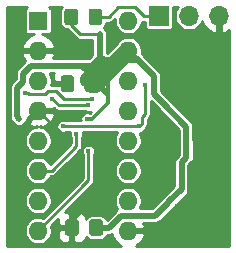
<source format=gbr>
G04 #@! TF.GenerationSoftware,KiCad,Pcbnew,(5.1.5)-3*
G04 #@! TF.CreationDate,2020-06-21T14:40:10-04:00*
G04 #@! TF.ProjectId,8701Duo,38373031-4475-46f2-9e6b-696361645f70,rev?*
G04 #@! TF.SameCoordinates,Original*
G04 #@! TF.FileFunction,Copper,L2,Bot*
G04 #@! TF.FilePolarity,Positive*
%FSLAX46Y46*%
G04 Gerber Fmt 4.6, Leading zero omitted, Abs format (unit mm)*
G04 Created by KiCad (PCBNEW (5.1.5)-3) date 2020-06-21 14:40:10*
%MOMM*%
%LPD*%
G04 APERTURE LIST*
%ADD10C,0.100000*%
%ADD11R,1.700000X1.700000*%
%ADD12O,1.700000X1.700000*%
%ADD13R,1.600000X1.600000*%
%ADD14O,1.600000X1.600000*%
%ADD15C,0.400000*%
%ADD16C,0.539000*%
%ADD17C,1.500000*%
%ADD18C,0.275000*%
%ADD19C,0.350000*%
%ADD20C,0.250000*%
%ADD21C,0.239000*%
G04 APERTURE END LIST*
G04 #@! TA.AperFunction,SMDPad,CuDef*
D10*
G36*
X86147005Y-65595204D02*
G01*
X86171273Y-65598804D01*
X86195072Y-65604765D01*
X86218171Y-65613030D01*
X86240350Y-65623520D01*
X86261393Y-65636132D01*
X86281099Y-65650747D01*
X86299277Y-65667223D01*
X86315753Y-65685401D01*
X86330368Y-65705107D01*
X86342980Y-65726150D01*
X86353470Y-65748329D01*
X86361735Y-65771428D01*
X86367696Y-65795227D01*
X86371296Y-65819495D01*
X86372500Y-65843999D01*
X86372500Y-66744001D01*
X86371296Y-66768505D01*
X86367696Y-66792773D01*
X86361735Y-66816572D01*
X86353470Y-66839671D01*
X86342980Y-66861850D01*
X86330368Y-66882893D01*
X86315753Y-66902599D01*
X86299277Y-66920777D01*
X86281099Y-66937253D01*
X86261393Y-66951868D01*
X86240350Y-66964480D01*
X86218171Y-66974970D01*
X86195072Y-66983235D01*
X86171273Y-66989196D01*
X86147005Y-66992796D01*
X86122501Y-66994000D01*
X85472499Y-66994000D01*
X85447995Y-66992796D01*
X85423727Y-66989196D01*
X85399928Y-66983235D01*
X85376829Y-66974970D01*
X85354650Y-66964480D01*
X85333607Y-66951868D01*
X85313901Y-66937253D01*
X85295723Y-66920777D01*
X85279247Y-66902599D01*
X85264632Y-66882893D01*
X85252020Y-66861850D01*
X85241530Y-66839671D01*
X85233265Y-66816572D01*
X85227304Y-66792773D01*
X85223704Y-66768505D01*
X85222500Y-66744001D01*
X85222500Y-65843999D01*
X85223704Y-65819495D01*
X85227304Y-65795227D01*
X85233265Y-65771428D01*
X85241530Y-65748329D01*
X85252020Y-65726150D01*
X85264632Y-65705107D01*
X85279247Y-65685401D01*
X85295723Y-65667223D01*
X85313901Y-65650747D01*
X85333607Y-65636132D01*
X85354650Y-65623520D01*
X85376829Y-65613030D01*
X85399928Y-65604765D01*
X85423727Y-65598804D01*
X85447995Y-65595204D01*
X85472499Y-65594000D01*
X86122501Y-65594000D01*
X86147005Y-65595204D01*
G37*
G04 #@! TD.AperFunction*
G04 #@! TA.AperFunction,SMDPad,CuDef*
G36*
X84097005Y-65595204D02*
G01*
X84121273Y-65598804D01*
X84145072Y-65604765D01*
X84168171Y-65613030D01*
X84190350Y-65623520D01*
X84211393Y-65636132D01*
X84231099Y-65650747D01*
X84249277Y-65667223D01*
X84265753Y-65685401D01*
X84280368Y-65705107D01*
X84292980Y-65726150D01*
X84303470Y-65748329D01*
X84311735Y-65771428D01*
X84317696Y-65795227D01*
X84321296Y-65819495D01*
X84322500Y-65843999D01*
X84322500Y-66744001D01*
X84321296Y-66768505D01*
X84317696Y-66792773D01*
X84311735Y-66816572D01*
X84303470Y-66839671D01*
X84292980Y-66861850D01*
X84280368Y-66882893D01*
X84265753Y-66902599D01*
X84249277Y-66920777D01*
X84231099Y-66937253D01*
X84211393Y-66951868D01*
X84190350Y-66964480D01*
X84168171Y-66974970D01*
X84145072Y-66983235D01*
X84121273Y-66989196D01*
X84097005Y-66992796D01*
X84072501Y-66994000D01*
X83422499Y-66994000D01*
X83397995Y-66992796D01*
X83373727Y-66989196D01*
X83349928Y-66983235D01*
X83326829Y-66974970D01*
X83304650Y-66964480D01*
X83283607Y-66951868D01*
X83263901Y-66937253D01*
X83245723Y-66920777D01*
X83229247Y-66902599D01*
X83214632Y-66882893D01*
X83202020Y-66861850D01*
X83191530Y-66839671D01*
X83183265Y-66816572D01*
X83177304Y-66792773D01*
X83173704Y-66768505D01*
X83172500Y-66744001D01*
X83172500Y-65843999D01*
X83173704Y-65819495D01*
X83177304Y-65795227D01*
X83183265Y-65771428D01*
X83191530Y-65748329D01*
X83202020Y-65726150D01*
X83214632Y-65705107D01*
X83229247Y-65685401D01*
X83245723Y-65667223D01*
X83263901Y-65650747D01*
X83283607Y-65636132D01*
X83304650Y-65623520D01*
X83326829Y-65613030D01*
X83349928Y-65604765D01*
X83373727Y-65598804D01*
X83397995Y-65595204D01*
X83422499Y-65594000D01*
X84072501Y-65594000D01*
X84097005Y-65595204D01*
G37*
G04 #@! TD.AperFunction*
D11*
X91503500Y-60579000D03*
D12*
X94043500Y-60579000D03*
X96583500Y-60579000D03*
G04 #@! TA.AperFunction,SMDPad,CuDef*
D10*
G36*
X84414505Y-59943704D02*
G01*
X84438773Y-59947304D01*
X84462572Y-59953265D01*
X84485671Y-59961530D01*
X84507850Y-59972020D01*
X84528893Y-59984632D01*
X84548599Y-59999247D01*
X84566777Y-60015723D01*
X84583253Y-60033901D01*
X84597868Y-60053607D01*
X84610480Y-60074650D01*
X84620970Y-60096829D01*
X84629235Y-60119928D01*
X84635196Y-60143727D01*
X84638796Y-60167995D01*
X84640000Y-60192499D01*
X84640000Y-61092501D01*
X84638796Y-61117005D01*
X84635196Y-61141273D01*
X84629235Y-61165072D01*
X84620970Y-61188171D01*
X84610480Y-61210350D01*
X84597868Y-61231393D01*
X84583253Y-61251099D01*
X84566777Y-61269277D01*
X84548599Y-61285753D01*
X84528893Y-61300368D01*
X84507850Y-61312980D01*
X84485671Y-61323470D01*
X84462572Y-61331735D01*
X84438773Y-61337696D01*
X84414505Y-61341296D01*
X84390001Y-61342500D01*
X83739999Y-61342500D01*
X83715495Y-61341296D01*
X83691227Y-61337696D01*
X83667428Y-61331735D01*
X83644329Y-61323470D01*
X83622150Y-61312980D01*
X83601107Y-61300368D01*
X83581401Y-61285753D01*
X83563223Y-61269277D01*
X83546747Y-61251099D01*
X83532132Y-61231393D01*
X83519520Y-61210350D01*
X83509030Y-61188171D01*
X83500765Y-61165072D01*
X83494804Y-61141273D01*
X83491204Y-61117005D01*
X83490000Y-61092501D01*
X83490000Y-60192499D01*
X83491204Y-60167995D01*
X83494804Y-60143727D01*
X83500765Y-60119928D01*
X83509030Y-60096829D01*
X83519520Y-60074650D01*
X83532132Y-60053607D01*
X83546747Y-60033901D01*
X83563223Y-60015723D01*
X83581401Y-59999247D01*
X83601107Y-59984632D01*
X83622150Y-59972020D01*
X83644329Y-59961530D01*
X83667428Y-59953265D01*
X83691227Y-59947304D01*
X83715495Y-59943704D01*
X83739999Y-59942500D01*
X84390001Y-59942500D01*
X84414505Y-59943704D01*
G37*
G04 #@! TD.AperFunction*
G04 #@! TA.AperFunction,SMDPad,CuDef*
G36*
X86464505Y-59943704D02*
G01*
X86488773Y-59947304D01*
X86512572Y-59953265D01*
X86535671Y-59961530D01*
X86557850Y-59972020D01*
X86578893Y-59984632D01*
X86598599Y-59999247D01*
X86616777Y-60015723D01*
X86633253Y-60033901D01*
X86647868Y-60053607D01*
X86660480Y-60074650D01*
X86670970Y-60096829D01*
X86679235Y-60119928D01*
X86685196Y-60143727D01*
X86688796Y-60167995D01*
X86690000Y-60192499D01*
X86690000Y-61092501D01*
X86688796Y-61117005D01*
X86685196Y-61141273D01*
X86679235Y-61165072D01*
X86670970Y-61188171D01*
X86660480Y-61210350D01*
X86647868Y-61231393D01*
X86633253Y-61251099D01*
X86616777Y-61269277D01*
X86598599Y-61285753D01*
X86578893Y-61300368D01*
X86557850Y-61312980D01*
X86535671Y-61323470D01*
X86512572Y-61331735D01*
X86488773Y-61337696D01*
X86464505Y-61341296D01*
X86440001Y-61342500D01*
X85789999Y-61342500D01*
X85765495Y-61341296D01*
X85741227Y-61337696D01*
X85717428Y-61331735D01*
X85694329Y-61323470D01*
X85672150Y-61312980D01*
X85651107Y-61300368D01*
X85631401Y-61285753D01*
X85613223Y-61269277D01*
X85596747Y-61251099D01*
X85582132Y-61231393D01*
X85569520Y-61210350D01*
X85559030Y-61188171D01*
X85550765Y-61165072D01*
X85544804Y-61141273D01*
X85541204Y-61117005D01*
X85540000Y-61092501D01*
X85540000Y-60192499D01*
X85541204Y-60167995D01*
X85544804Y-60143727D01*
X85550765Y-60119928D01*
X85559030Y-60096829D01*
X85569520Y-60074650D01*
X85582132Y-60053607D01*
X85596747Y-60033901D01*
X85613223Y-60015723D01*
X85631401Y-59999247D01*
X85651107Y-59984632D01*
X85672150Y-59972020D01*
X85694329Y-59961530D01*
X85717428Y-59953265D01*
X85741227Y-59947304D01*
X85765495Y-59943704D01*
X85789999Y-59942500D01*
X86440001Y-59942500D01*
X86464505Y-59943704D01*
G37*
G04 #@! TD.AperFunction*
D13*
X81280000Y-60960000D03*
D14*
X88900000Y-78740000D03*
X81280000Y-63500000D03*
X88900000Y-76200000D03*
X81280000Y-66040000D03*
X88900000Y-73660000D03*
X81280000Y-68580000D03*
X88900000Y-71120000D03*
X81280000Y-71120000D03*
X88900000Y-68580000D03*
X81280000Y-73660000D03*
X88900000Y-66040000D03*
X81280000Y-76200000D03*
X88900000Y-63500000D03*
X81280000Y-78740000D03*
X88900000Y-60960000D03*
G04 #@! TA.AperFunction,SMDPad,CuDef*
D10*
G36*
X86528005Y-77787204D02*
G01*
X86552273Y-77790804D01*
X86576072Y-77796765D01*
X86599171Y-77805030D01*
X86621350Y-77815520D01*
X86642393Y-77828132D01*
X86662099Y-77842747D01*
X86680277Y-77859223D01*
X86696753Y-77877401D01*
X86711368Y-77897107D01*
X86723980Y-77918150D01*
X86734470Y-77940329D01*
X86742735Y-77963428D01*
X86748696Y-77987227D01*
X86752296Y-78011495D01*
X86753500Y-78035999D01*
X86753500Y-78936001D01*
X86752296Y-78960505D01*
X86748696Y-78984773D01*
X86742735Y-79008572D01*
X86734470Y-79031671D01*
X86723980Y-79053850D01*
X86711368Y-79074893D01*
X86696753Y-79094599D01*
X86680277Y-79112777D01*
X86662099Y-79129253D01*
X86642393Y-79143868D01*
X86621350Y-79156480D01*
X86599171Y-79166970D01*
X86576072Y-79175235D01*
X86552273Y-79181196D01*
X86528005Y-79184796D01*
X86503501Y-79186000D01*
X85853499Y-79186000D01*
X85828995Y-79184796D01*
X85804727Y-79181196D01*
X85780928Y-79175235D01*
X85757829Y-79166970D01*
X85735650Y-79156480D01*
X85714607Y-79143868D01*
X85694901Y-79129253D01*
X85676723Y-79112777D01*
X85660247Y-79094599D01*
X85645632Y-79074893D01*
X85633020Y-79053850D01*
X85622530Y-79031671D01*
X85614265Y-79008572D01*
X85608304Y-78984773D01*
X85604704Y-78960505D01*
X85603500Y-78936001D01*
X85603500Y-78035999D01*
X85604704Y-78011495D01*
X85608304Y-77987227D01*
X85614265Y-77963428D01*
X85622530Y-77940329D01*
X85633020Y-77918150D01*
X85645632Y-77897107D01*
X85660247Y-77877401D01*
X85676723Y-77859223D01*
X85694901Y-77842747D01*
X85714607Y-77828132D01*
X85735650Y-77815520D01*
X85757829Y-77805030D01*
X85780928Y-77796765D01*
X85804727Y-77790804D01*
X85828995Y-77787204D01*
X85853499Y-77786000D01*
X86503501Y-77786000D01*
X86528005Y-77787204D01*
G37*
G04 #@! TD.AperFunction*
G04 #@! TA.AperFunction,SMDPad,CuDef*
G36*
X84478005Y-77787204D02*
G01*
X84502273Y-77790804D01*
X84526072Y-77796765D01*
X84549171Y-77805030D01*
X84571350Y-77815520D01*
X84592393Y-77828132D01*
X84612099Y-77842747D01*
X84630277Y-77859223D01*
X84646753Y-77877401D01*
X84661368Y-77897107D01*
X84673980Y-77918150D01*
X84684470Y-77940329D01*
X84692735Y-77963428D01*
X84698696Y-77987227D01*
X84702296Y-78011495D01*
X84703500Y-78035999D01*
X84703500Y-78936001D01*
X84702296Y-78960505D01*
X84698696Y-78984773D01*
X84692735Y-79008572D01*
X84684470Y-79031671D01*
X84673980Y-79053850D01*
X84661368Y-79074893D01*
X84646753Y-79094599D01*
X84630277Y-79112777D01*
X84612099Y-79129253D01*
X84592393Y-79143868D01*
X84571350Y-79156480D01*
X84549171Y-79166970D01*
X84526072Y-79175235D01*
X84502273Y-79181196D01*
X84478005Y-79184796D01*
X84453501Y-79186000D01*
X83803499Y-79186000D01*
X83778995Y-79184796D01*
X83754727Y-79181196D01*
X83730928Y-79175235D01*
X83707829Y-79166970D01*
X83685650Y-79156480D01*
X83664607Y-79143868D01*
X83644901Y-79129253D01*
X83626723Y-79112777D01*
X83610247Y-79094599D01*
X83595632Y-79074893D01*
X83583020Y-79053850D01*
X83572530Y-79031671D01*
X83564265Y-79008572D01*
X83558304Y-78984773D01*
X83554704Y-78960505D01*
X83553500Y-78936001D01*
X83553500Y-78035999D01*
X83554704Y-78011495D01*
X83558304Y-77987227D01*
X83564265Y-77963428D01*
X83572530Y-77940329D01*
X83583020Y-77918150D01*
X83595632Y-77897107D01*
X83610247Y-77877401D01*
X83626723Y-77859223D01*
X83644901Y-77842747D01*
X83664607Y-77828132D01*
X83685650Y-77815520D01*
X83707829Y-77805030D01*
X83730928Y-77796765D01*
X83754727Y-77790804D01*
X83778995Y-77787204D01*
X83803499Y-77786000D01*
X84453501Y-77786000D01*
X84478005Y-77787204D01*
G37*
G04 #@! TD.AperFunction*
D15*
X84518500Y-70548500D03*
X95313500Y-72136000D03*
X94170500Y-78803500D03*
X79692500Y-69278500D03*
X85407500Y-69278500D03*
X91725750Y-67849750D03*
X92392500Y-76263500D03*
X86487000Y-62103000D03*
X83883500Y-73088500D03*
X79692500Y-74358500D03*
X79692500Y-71818500D03*
X79057500Y-66103500D03*
X83883500Y-66738500D03*
X83883500Y-71183500D03*
X95313500Y-63309500D03*
X86233000Y-76454000D03*
X86106000Y-73088500D03*
X82486500Y-67564000D03*
X85534500Y-68135500D03*
X80200500Y-67056000D03*
X83375500Y-69913500D03*
X90297000Y-66421000D03*
X89852500Y-69913500D03*
X85852000Y-67564000D03*
X85534500Y-72009000D03*
D16*
X79492501Y-66659361D02*
X80010499Y-66141363D01*
X80010499Y-65468001D02*
X80708999Y-64769501D01*
X79692500Y-69278500D02*
X79492501Y-69078501D01*
X79492501Y-69078501D02*
X79492501Y-66659361D01*
X80010499Y-66141363D02*
X80010499Y-65468001D01*
X80708999Y-64769501D02*
X84973001Y-64769501D01*
X85797500Y-65594000D02*
X85788500Y-65585000D01*
X85788500Y-65585000D02*
X85788500Y-65024000D01*
X87376000Y-65024000D02*
X88900000Y-63500000D01*
X85217000Y-65024000D02*
X84963000Y-64770000D01*
X84973001Y-64769501D02*
X84963000Y-64770000D01*
X85788500Y-65024000D02*
X85217000Y-65024000D01*
X85797500Y-65594000D02*
X86367500Y-65024000D01*
X86367500Y-65024000D02*
X86550500Y-65024000D01*
X85797500Y-66294000D02*
X85797500Y-65594000D01*
X85788500Y-65024000D02*
X86550500Y-65024000D01*
X86550500Y-65024000D02*
X87376000Y-65024000D01*
D17*
X85797500Y-66294000D02*
X86106000Y-66294000D01*
D16*
X85378364Y-65180136D02*
X85378364Y-65497636D01*
X85378364Y-65180136D02*
X85797500Y-65594000D01*
X84963000Y-64770000D02*
X85378364Y-65180136D01*
X85378364Y-65497636D02*
X85090000Y-65786000D01*
X85090000Y-66161500D02*
X85222500Y-66294000D01*
X85222500Y-66294000D02*
X85797500Y-66294000D01*
X85090000Y-65786000D02*
X85090000Y-66161500D01*
D18*
X87185500Y-67945000D02*
X87185500Y-67373500D01*
X87185500Y-67373500D02*
X86106000Y-66294000D01*
D19*
X85852000Y-69278500D02*
X87185500Y-67945000D01*
X85407500Y-69278500D02*
X85852000Y-69278500D01*
X87185500Y-67945000D02*
X87185500Y-65532000D01*
D18*
X87185500Y-67373500D02*
X87185500Y-65532000D01*
X87185500Y-65532000D02*
X87185500Y-65611500D01*
D19*
X86372500Y-66294000D02*
X86106000Y-66294000D01*
X87185500Y-67107000D02*
X86372500Y-66294000D01*
X87185500Y-67945000D02*
X87185500Y-67107000D01*
D16*
X91059000Y-67183000D02*
X91059000Y-65659000D01*
X88328500Y-64325500D02*
X88201500Y-64198500D01*
X91059000Y-65659000D02*
X89725500Y-64325500D01*
X89725500Y-64325500D02*
X88900000Y-63500000D01*
X89725500Y-64325500D02*
X88328500Y-64325500D01*
D17*
X88201500Y-64198500D02*
X88900000Y-63500000D01*
X86106000Y-66294000D02*
X88201500Y-64198500D01*
D16*
X91059000Y-67183000D02*
X91258999Y-67382999D01*
X91258999Y-67382999D02*
X91725750Y-67849750D01*
X93812490Y-72591893D02*
X93431490Y-72972893D01*
X93812490Y-69936490D02*
X93812490Y-72591893D01*
X93431490Y-72972893D02*
X93431490Y-75034010D01*
X91725750Y-67849750D02*
X93812490Y-69936490D01*
X93431490Y-75034010D02*
X93431490Y-75224510D01*
X93431490Y-75224510D02*
X92392500Y-76263500D01*
X92392500Y-76263500D02*
X92392500Y-76263500D01*
D18*
X84065000Y-61342500D02*
X84825500Y-62103000D01*
X84065000Y-60642500D02*
X84065000Y-61342500D01*
X84825500Y-62103000D02*
X86487000Y-62103000D01*
X86487000Y-62103000D02*
X86487000Y-62103000D01*
D16*
X86995000Y-64325500D02*
X88328500Y-64325500D01*
X86487000Y-62103000D02*
X86487000Y-63817500D01*
X85852499Y-64769501D02*
X86487000Y-64135000D01*
X84973001Y-64769501D02*
X85852499Y-64769501D01*
X86487000Y-63817500D02*
X86487000Y-64135000D01*
X86487000Y-64135000D02*
X86995000Y-64325500D01*
X85788500Y-65024000D02*
X86106000Y-65024000D01*
X86106000Y-65024000D02*
X86614000Y-64516000D01*
X92192501Y-76463499D02*
X92392500Y-76263500D01*
X88291637Y-77469501D02*
X91186499Y-77469501D01*
X91186499Y-77469501D02*
X92192501Y-76463499D01*
X87275138Y-78486000D02*
X88291637Y-77469501D01*
X86178500Y-78486000D02*
X87275138Y-78486000D01*
D19*
X79692500Y-74358500D02*
X79692500Y-71818500D01*
X78695510Y-66465490D02*
X79057500Y-66103500D01*
X79692500Y-71818500D02*
X78695510Y-70821510D01*
X78695510Y-70821510D02*
X78695510Y-66465490D01*
X80148630Y-63500000D02*
X81280000Y-63500000D01*
X79057500Y-64591130D02*
X80148630Y-63500000D01*
X79057500Y-66103500D02*
X79057500Y-64591130D01*
D20*
X81470500Y-63309500D02*
X81280000Y-63500000D01*
D18*
X82837999Y-70137999D02*
X81280000Y-68580000D01*
X83883500Y-71183500D02*
X82837999Y-70137999D01*
D16*
X88963500Y-78803500D02*
X88900000Y-78740000D01*
X94170500Y-78803500D02*
X88963500Y-78803500D01*
X94170500Y-73279000D02*
X95313500Y-72136000D01*
X94170500Y-78803500D02*
X94170500Y-73279000D01*
X95313500Y-71853158D02*
X94551500Y-71091158D01*
X95313500Y-72136000D02*
X95313500Y-71853158D01*
X94551500Y-71091158D02*
X94551500Y-64071500D01*
X94551500Y-64071500D02*
X95313500Y-63309500D01*
X95313500Y-63309500D02*
X95313500Y-63309500D01*
X80480001Y-69379999D02*
X81280000Y-68580000D01*
X79692500Y-70323616D02*
X80480001Y-69536115D01*
X80480001Y-69536115D02*
X80480001Y-69379999D01*
X79692500Y-71818500D02*
X79692500Y-70323616D01*
X83683501Y-73288499D02*
X83883500Y-73088500D01*
X82042499Y-74929501D02*
X83683501Y-73288499D01*
X80263501Y-74929501D02*
X82042499Y-74929501D01*
X79692500Y-74358500D02*
X80263501Y-74929501D01*
X84128500Y-77786000D02*
X85460500Y-76454000D01*
X84128500Y-78486000D02*
X84128500Y-77786000D01*
X85460500Y-76454000D02*
X86233000Y-76454000D01*
X86233000Y-76454000D02*
X86233000Y-76454000D01*
D18*
X91503500Y-60579000D02*
X90202502Y-60579000D01*
X89446001Y-59822499D02*
X88069001Y-59822499D01*
X90202502Y-60579000D02*
X89446001Y-59822499D01*
X87249000Y-60642500D02*
X86115000Y-60642500D01*
X88069001Y-59822499D02*
X87249000Y-60642500D01*
D20*
X82486500Y-67564000D02*
X83058000Y-68135500D01*
X83058000Y-68135500D02*
X85534500Y-68135500D01*
X85534500Y-68135500D02*
X85534500Y-68135500D01*
D18*
X90297000Y-68866502D02*
X90297000Y-66421000D01*
X90297000Y-66421000D02*
X90297000Y-66421000D01*
X89250002Y-69913500D02*
X89852500Y-69913500D01*
X83375500Y-69913500D02*
X89250002Y-69913500D01*
X90052499Y-69713501D02*
X90052499Y-69111003D01*
X90052499Y-69111003D02*
X90297000Y-68866502D01*
X89852500Y-69913500D02*
X90052499Y-69713501D01*
D20*
X82794310Y-66929000D02*
X83429310Y-67564000D01*
X80264000Y-67119500D02*
X80454500Y-67119500D01*
X83429310Y-67564000D02*
X85852000Y-67564000D01*
X80200500Y-67056000D02*
X80264000Y-67119500D01*
X80454500Y-67119500D02*
X80518000Y-67183000D01*
X80518000Y-67183000D02*
X81851500Y-67183000D01*
X82105500Y-66929000D02*
X82794310Y-66929000D01*
X81851500Y-67183000D02*
X82105500Y-66929000D01*
X85852000Y-67564000D02*
X85852000Y-67564000D01*
D18*
X84518500Y-71552870D02*
X82411370Y-73660000D01*
X82411370Y-73660000D02*
X81280000Y-73660000D01*
X84518500Y-70548500D02*
X84518500Y-71552870D01*
X85534500Y-74485500D02*
X81280000Y-78740000D01*
X85534500Y-72009000D02*
X85534500Y-74485500D01*
D21*
G36*
X80342144Y-59827187D02*
G01*
X80279865Y-59860476D01*
X80225276Y-59905276D01*
X80180476Y-59959865D01*
X80147187Y-60022144D01*
X80126688Y-60089722D01*
X80119766Y-60160000D01*
X80119766Y-61760000D01*
X80126688Y-61830278D01*
X80147187Y-61897856D01*
X80180476Y-61960135D01*
X80225276Y-62014724D01*
X80279865Y-62059524D01*
X80342144Y-62092813D01*
X80409722Y-62113312D01*
X80480000Y-62120234D01*
X80917016Y-62120234D01*
X80661927Y-62213237D01*
X80422768Y-62358542D01*
X80216552Y-62547712D01*
X80051204Y-62773478D01*
X79933078Y-63027164D01*
X79897387Y-63144839D01*
X80016514Y-63365500D01*
X81145500Y-63365500D01*
X81145500Y-63345500D01*
X81414500Y-63345500D01*
X81414500Y-63365500D01*
X82543486Y-63365500D01*
X82662613Y-63144839D01*
X82626922Y-63027164D01*
X82508796Y-62773478D01*
X82343448Y-62547712D01*
X82137232Y-62358542D01*
X81898073Y-62213237D01*
X81642984Y-62120234D01*
X82080000Y-62120234D01*
X82150278Y-62113312D01*
X82217856Y-62092813D01*
X82280135Y-62059524D01*
X82334724Y-62014724D01*
X82379524Y-61960135D01*
X82412813Y-61897856D01*
X82433312Y-61830278D01*
X82440234Y-61760000D01*
X82440234Y-60160000D01*
X82433312Y-60089722D01*
X82412813Y-60022144D01*
X82379524Y-59959865D01*
X82334724Y-59905276D01*
X82280135Y-59860476D01*
X82217856Y-59827187D01*
X82192515Y-59819500D01*
X83260489Y-59819500D01*
X83232609Y-59853472D01*
X83176217Y-59958973D01*
X83141491Y-60073448D01*
X83129766Y-60192499D01*
X83129766Y-61092501D01*
X83141491Y-61211552D01*
X83176217Y-61326027D01*
X83232609Y-61431528D01*
X83308499Y-61524001D01*
X83400972Y-61599891D01*
X83506473Y-61656283D01*
X83620948Y-61691009D01*
X83719659Y-61700731D01*
X83731498Y-61710447D01*
X84457549Y-62436498D01*
X84473079Y-62455421D01*
X84548604Y-62517404D01*
X84634771Y-62563461D01*
X84699905Y-62583219D01*
X84728266Y-62591822D01*
X84738481Y-62592828D01*
X84801144Y-62599000D01*
X84801150Y-62599000D01*
X84825499Y-62601398D01*
X84849848Y-62599000D01*
X85859000Y-62599000D01*
X85859001Y-63786645D01*
X85859000Y-63786655D01*
X85859000Y-63874874D01*
X85592374Y-64141501D01*
X84988769Y-64141501D01*
X84963000Y-64138963D01*
X84961001Y-64139160D01*
X84959004Y-64138976D01*
X84934930Y-64141501D01*
X82548385Y-64141501D01*
X82626922Y-63972836D01*
X82662613Y-63855161D01*
X82543486Y-63634500D01*
X81414500Y-63634500D01*
X81414500Y-63654500D01*
X81145500Y-63654500D01*
X81145500Y-63634500D01*
X80016514Y-63634500D01*
X79897387Y-63855161D01*
X79933078Y-63972836D01*
X80051204Y-64226522D01*
X80183380Y-64406994D01*
X79588247Y-65002128D01*
X79564289Y-65021790D01*
X79544627Y-65045748D01*
X79544625Y-65045750D01*
X79519802Y-65075997D01*
X79485811Y-65117415D01*
X79427496Y-65226513D01*
X79391586Y-65344892D01*
X79382499Y-65437155D01*
X79382499Y-65437165D01*
X79379462Y-65468001D01*
X79382499Y-65498837D01*
X79382499Y-65881237D01*
X79070248Y-66193489D01*
X79046291Y-66213150D01*
X79026629Y-66237108D01*
X79026627Y-66237110D01*
X78967813Y-66308775D01*
X78909498Y-66417874D01*
X78876990Y-66525040D01*
X78873589Y-66536252D01*
X78868743Y-66585460D01*
X78861464Y-66659361D01*
X78864502Y-66690207D01*
X78864501Y-69047665D01*
X78861464Y-69078501D01*
X78864501Y-69109337D01*
X78864501Y-69109346D01*
X78873588Y-69201609D01*
X78909498Y-69319988D01*
X78967812Y-69429086D01*
X79046290Y-69524712D01*
X79070253Y-69544378D01*
X79270249Y-69744374D01*
X79341914Y-69803188D01*
X79451013Y-69861502D01*
X79569390Y-69897412D01*
X79692499Y-69909537D01*
X79815609Y-69897412D01*
X79933987Y-69861502D01*
X80043086Y-69803188D01*
X80138711Y-69724711D01*
X80217188Y-69629086D01*
X80251695Y-69564526D01*
X80422768Y-69721458D01*
X80661927Y-69866763D01*
X80924838Y-69962618D01*
X81145498Y-69844281D01*
X81145498Y-69965558D01*
X80942078Y-70006021D01*
X80731245Y-70093351D01*
X80541500Y-70220135D01*
X80380135Y-70381500D01*
X80253351Y-70571245D01*
X80166021Y-70782078D01*
X80121500Y-71005898D01*
X80121500Y-71234102D01*
X80166021Y-71457922D01*
X80253351Y-71668755D01*
X80380135Y-71858500D01*
X80541500Y-72019865D01*
X80731245Y-72146649D01*
X80942078Y-72233979D01*
X81165898Y-72278500D01*
X81394102Y-72278500D01*
X81617922Y-72233979D01*
X81828755Y-72146649D01*
X82018500Y-72019865D01*
X82179865Y-71858500D01*
X82306649Y-71668755D01*
X82393979Y-71457922D01*
X82438500Y-71234102D01*
X82438500Y-71005898D01*
X82393979Y-70782078D01*
X82306649Y-70571245D01*
X82179865Y-70381500D01*
X82018500Y-70220135D01*
X81828755Y-70093351D01*
X81617922Y-70006021D01*
X81414502Y-69965558D01*
X81414502Y-69844281D01*
X81635162Y-69962618D01*
X81898073Y-69866763D01*
X82137232Y-69721458D01*
X82343448Y-69532288D01*
X82508796Y-69306522D01*
X82626922Y-69052836D01*
X82662613Y-68935161D01*
X82543486Y-68714500D01*
X81414500Y-68714500D01*
X81414500Y-68734500D01*
X81145500Y-68734500D01*
X81145500Y-68714500D01*
X81125500Y-68714500D01*
X81125500Y-68445500D01*
X81145500Y-68445500D01*
X81145500Y-68425500D01*
X81414500Y-68425500D01*
X81414500Y-68445500D01*
X82543486Y-68445500D01*
X82592829Y-68354102D01*
X82699325Y-68460598D01*
X82714460Y-68479040D01*
X82732902Y-68494175D01*
X82732906Y-68494179D01*
X82788081Y-68539460D01*
X82843936Y-68569315D01*
X82872077Y-68584357D01*
X82963218Y-68612004D01*
X83034251Y-68619000D01*
X83034260Y-68619000D01*
X83057999Y-68621338D01*
X83081738Y-68619000D01*
X85252836Y-68619000D01*
X85269951Y-68630436D01*
X85371592Y-68672537D01*
X85479493Y-68694000D01*
X85589507Y-68694000D01*
X85697408Y-68672537D01*
X85707775Y-68668243D01*
X85631018Y-68745000D01*
X85578947Y-68745000D01*
X85570408Y-68741463D01*
X85462507Y-68720000D01*
X85352493Y-68720000D01*
X85244592Y-68741463D01*
X85142951Y-68783564D01*
X85051477Y-68844685D01*
X84973685Y-68922477D01*
X84912564Y-69013951D01*
X84870463Y-69115592D01*
X84849000Y-69223493D01*
X84849000Y-69333507D01*
X84865707Y-69417500D01*
X83637480Y-69417500D01*
X83538408Y-69376463D01*
X83430507Y-69355000D01*
X83320493Y-69355000D01*
X83212592Y-69376463D01*
X83110951Y-69418564D01*
X83019477Y-69479685D01*
X82941685Y-69557477D01*
X82880564Y-69648951D01*
X82838463Y-69750592D01*
X82817000Y-69858493D01*
X82817000Y-69968507D01*
X82838463Y-70076408D01*
X82880564Y-70178049D01*
X82941685Y-70269523D01*
X83019477Y-70347315D01*
X83110951Y-70408436D01*
X83212592Y-70450537D01*
X83320493Y-70472000D01*
X83430507Y-70472000D01*
X83538408Y-70450537D01*
X83637480Y-70409500D01*
X83976707Y-70409500D01*
X83960000Y-70493493D01*
X83960000Y-70603507D01*
X83981463Y-70711408D01*
X84022500Y-70810481D01*
X84022501Y-71347419D01*
X82287434Y-73082487D01*
X82179865Y-72921500D01*
X82018500Y-72760135D01*
X81828755Y-72633351D01*
X81617922Y-72546021D01*
X81394102Y-72501500D01*
X81165898Y-72501500D01*
X80942078Y-72546021D01*
X80731245Y-72633351D01*
X80541500Y-72760135D01*
X80380135Y-72921500D01*
X80253351Y-73111245D01*
X80166021Y-73322078D01*
X80121500Y-73545898D01*
X80121500Y-73774102D01*
X80166021Y-73997922D01*
X80253351Y-74208755D01*
X80380135Y-74398500D01*
X80541500Y-74559865D01*
X80731245Y-74686649D01*
X80942078Y-74773979D01*
X81165898Y-74818500D01*
X81394102Y-74818500D01*
X81617922Y-74773979D01*
X81828755Y-74686649D01*
X82018500Y-74559865D01*
X82179865Y-74398500D01*
X82306649Y-74208755D01*
X82328501Y-74156000D01*
X82387021Y-74156000D01*
X82411370Y-74158398D01*
X82435719Y-74156000D01*
X82435726Y-74156000D01*
X82508603Y-74148822D01*
X82602099Y-74120461D01*
X82688266Y-74074404D01*
X82763791Y-74012421D01*
X82779321Y-73993498D01*
X84852003Y-71920817D01*
X84870921Y-71905291D01*
X84932904Y-71829766D01*
X84978961Y-71743599D01*
X84990606Y-71705209D01*
X85007323Y-71650103D01*
X85016898Y-71552870D01*
X85014500Y-71528519D01*
X85014500Y-70810480D01*
X85055537Y-70711408D01*
X85077000Y-70603507D01*
X85077000Y-70493493D01*
X85060293Y-70409500D01*
X87981426Y-70409500D01*
X87873351Y-70571245D01*
X87786021Y-70782078D01*
X87741500Y-71005898D01*
X87741500Y-71234102D01*
X87786021Y-71457922D01*
X87873351Y-71668755D01*
X88000135Y-71858500D01*
X88161500Y-72019865D01*
X88351245Y-72146649D01*
X88562078Y-72233979D01*
X88785898Y-72278500D01*
X89014102Y-72278500D01*
X89237922Y-72233979D01*
X89448755Y-72146649D01*
X89638500Y-72019865D01*
X89799865Y-71858500D01*
X89926649Y-71668755D01*
X90013979Y-71457922D01*
X90058500Y-71234102D01*
X90058500Y-71005898D01*
X90013979Y-70782078D01*
X89926649Y-70571245D01*
X89860335Y-70472000D01*
X89907507Y-70472000D01*
X90015408Y-70450537D01*
X90117049Y-70408436D01*
X90208523Y-70347315D01*
X90286315Y-70269523D01*
X90347436Y-70178049D01*
X90388195Y-70079648D01*
X90404920Y-70065922D01*
X90466903Y-69990397D01*
X90512960Y-69904230D01*
X90532718Y-69839096D01*
X90541321Y-69810735D01*
X90544961Y-69773773D01*
X90548499Y-69737857D01*
X90548499Y-69737851D01*
X90550897Y-69713502D01*
X90548499Y-69689153D01*
X90548499Y-69316452D01*
X90630498Y-69234453D01*
X90649421Y-69218923D01*
X90711404Y-69143398D01*
X90748845Y-69073351D01*
X90757461Y-69057232D01*
X90785823Y-68963735D01*
X90795398Y-68866502D01*
X90793000Y-68842151D01*
X90793000Y-67805125D01*
X90793125Y-67805250D01*
X91303498Y-68315624D01*
X91303503Y-68315628D01*
X93184490Y-70196616D01*
X93184491Y-72331767D01*
X93009242Y-72507016D01*
X92985279Y-72526682D01*
X92906801Y-72622308D01*
X92848487Y-72731406D01*
X92812577Y-72849785D01*
X92803490Y-72942048D01*
X92803490Y-72942057D01*
X92800453Y-72972893D01*
X92803490Y-73003729D01*
X92803491Y-74964383D01*
X91970252Y-75797623D01*
X91946289Y-75817289D01*
X91926623Y-75841252D01*
X91770255Y-75997620D01*
X91770249Y-75997625D01*
X90926374Y-76841501D01*
X89864678Y-76841501D01*
X89926649Y-76748755D01*
X90013979Y-76537922D01*
X90058500Y-76314102D01*
X90058500Y-76085898D01*
X90013979Y-75862078D01*
X89926649Y-75651245D01*
X89799865Y-75461500D01*
X89638500Y-75300135D01*
X89448755Y-75173351D01*
X89237922Y-75086021D01*
X89014102Y-75041500D01*
X88785898Y-75041500D01*
X88562078Y-75086021D01*
X88351245Y-75173351D01*
X88161500Y-75300135D01*
X88000135Y-75461500D01*
X87873351Y-75651245D01*
X87786021Y-75862078D01*
X87741500Y-76085898D01*
X87741500Y-76314102D01*
X87786021Y-76537922D01*
X87873351Y-76748755D01*
X87987694Y-76919881D01*
X87941050Y-76944812D01*
X87869385Y-77003627D01*
X87845426Y-77023290D01*
X87825764Y-77047248D01*
X87068041Y-77804972D01*
X87067283Y-77802473D01*
X87010891Y-77696972D01*
X86935001Y-77604499D01*
X86842528Y-77528609D01*
X86737027Y-77472217D01*
X86622552Y-77437491D01*
X86503501Y-77425766D01*
X85853499Y-77425766D01*
X85734448Y-77437491D01*
X85619973Y-77472217D01*
X85514472Y-77528609D01*
X85421999Y-77604499D01*
X85346109Y-77696972D01*
X85328510Y-77729897D01*
X85321920Y-77662989D01*
X85286039Y-77544704D01*
X85227772Y-77435693D01*
X85149356Y-77340144D01*
X85053807Y-77261728D01*
X84944796Y-77203461D01*
X84826511Y-77167580D01*
X84703500Y-77155464D01*
X84419875Y-77158500D01*
X84263000Y-77315375D01*
X84263000Y-78351500D01*
X84283000Y-78351500D01*
X84283000Y-78620500D01*
X84263000Y-78620500D01*
X84263000Y-79656625D01*
X84419875Y-79813500D01*
X84703500Y-79816536D01*
X84826511Y-79804420D01*
X84944796Y-79768539D01*
X85053807Y-79710272D01*
X85149356Y-79631856D01*
X85227772Y-79536307D01*
X85286039Y-79427296D01*
X85321920Y-79309011D01*
X85328510Y-79242103D01*
X85346109Y-79275028D01*
X85421999Y-79367501D01*
X85514472Y-79443391D01*
X85619973Y-79499783D01*
X85734448Y-79534509D01*
X85853499Y-79546234D01*
X86503501Y-79546234D01*
X86622552Y-79534509D01*
X86737027Y-79499783D01*
X86842528Y-79443391D01*
X86935001Y-79367501D01*
X87010891Y-79275028D01*
X87067283Y-79169527D01*
X87084127Y-79114000D01*
X87244302Y-79114000D01*
X87275138Y-79117037D01*
X87305974Y-79114000D01*
X87305984Y-79114000D01*
X87398247Y-79104913D01*
X87516626Y-79069003D01*
X87537545Y-79057821D01*
X87517387Y-79095161D01*
X87553078Y-79212836D01*
X87671204Y-79466522D01*
X87836552Y-79692288D01*
X88042768Y-79881458D01*
X88250222Y-80007500D01*
X78679000Y-80007500D01*
X78679000Y-78625898D01*
X80121500Y-78625898D01*
X80121500Y-78854102D01*
X80166021Y-79077922D01*
X80253351Y-79288755D01*
X80380135Y-79478500D01*
X80541500Y-79639865D01*
X80731245Y-79766649D01*
X80942078Y-79853979D01*
X81165898Y-79898500D01*
X81394102Y-79898500D01*
X81617922Y-79853979D01*
X81828755Y-79766649D01*
X82018500Y-79639865D01*
X82179865Y-79478500D01*
X82306649Y-79288755D01*
X82349211Y-79186000D01*
X82922964Y-79186000D01*
X82935080Y-79309011D01*
X82970961Y-79427296D01*
X83029228Y-79536307D01*
X83107644Y-79631856D01*
X83203193Y-79710272D01*
X83312204Y-79768539D01*
X83430489Y-79804420D01*
X83553500Y-79816536D01*
X83837125Y-79813500D01*
X83994000Y-79656625D01*
X83994000Y-78620500D01*
X83082875Y-78620500D01*
X82926000Y-78777375D01*
X82922964Y-79186000D01*
X82349211Y-79186000D01*
X82393979Y-79077922D01*
X82438500Y-78854102D01*
X82438500Y-78625898D01*
X82393979Y-78402078D01*
X82372127Y-78349322D01*
X82923056Y-77798393D01*
X82926000Y-78194625D01*
X83082875Y-78351500D01*
X83994000Y-78351500D01*
X83994000Y-77315375D01*
X83837125Y-77158500D01*
X83565853Y-77155596D01*
X85868003Y-74853447D01*
X85886921Y-74837921D01*
X85948904Y-74762396D01*
X85983062Y-74698490D01*
X85994961Y-74676230D01*
X86023323Y-74582733D01*
X86032898Y-74485500D01*
X86030500Y-74461149D01*
X86030500Y-73545898D01*
X87741500Y-73545898D01*
X87741500Y-73774102D01*
X87786021Y-73997922D01*
X87873351Y-74208755D01*
X88000135Y-74398500D01*
X88161500Y-74559865D01*
X88351245Y-74686649D01*
X88562078Y-74773979D01*
X88785898Y-74818500D01*
X89014102Y-74818500D01*
X89237922Y-74773979D01*
X89448755Y-74686649D01*
X89638500Y-74559865D01*
X89799865Y-74398500D01*
X89926649Y-74208755D01*
X90013979Y-73997922D01*
X90058500Y-73774102D01*
X90058500Y-73545898D01*
X90013979Y-73322078D01*
X89926649Y-73111245D01*
X89799865Y-72921500D01*
X89638500Y-72760135D01*
X89448755Y-72633351D01*
X89237922Y-72546021D01*
X89014102Y-72501500D01*
X88785898Y-72501500D01*
X88562078Y-72546021D01*
X88351245Y-72633351D01*
X88161500Y-72760135D01*
X88000135Y-72921500D01*
X87873351Y-73111245D01*
X87786021Y-73322078D01*
X87741500Y-73545898D01*
X86030500Y-73545898D01*
X86030500Y-72270980D01*
X86071537Y-72171908D01*
X86093000Y-72064007D01*
X86093000Y-71953993D01*
X86071537Y-71846092D01*
X86029436Y-71744451D01*
X85968315Y-71652977D01*
X85890523Y-71575185D01*
X85799049Y-71514064D01*
X85697408Y-71471963D01*
X85589507Y-71450500D01*
X85479493Y-71450500D01*
X85371592Y-71471963D01*
X85269951Y-71514064D01*
X85178477Y-71575185D01*
X85100685Y-71652977D01*
X85039564Y-71744451D01*
X84997463Y-71846092D01*
X84976000Y-71953993D01*
X84976000Y-72064007D01*
X84997463Y-72171908D01*
X85038500Y-72270981D01*
X85038501Y-74280049D01*
X81670678Y-77647873D01*
X81617922Y-77626021D01*
X81394102Y-77581500D01*
X81165898Y-77581500D01*
X80942078Y-77626021D01*
X80731245Y-77713351D01*
X80541500Y-77840135D01*
X80380135Y-78001500D01*
X80253351Y-78191245D01*
X80166021Y-78402078D01*
X80121500Y-78625898D01*
X78679000Y-78625898D01*
X78679000Y-76085898D01*
X80121500Y-76085898D01*
X80121500Y-76314102D01*
X80166021Y-76537922D01*
X80253351Y-76748755D01*
X80380135Y-76938500D01*
X80541500Y-77099865D01*
X80731245Y-77226649D01*
X80942078Y-77313979D01*
X81165898Y-77358500D01*
X81394102Y-77358500D01*
X81617922Y-77313979D01*
X81828755Y-77226649D01*
X82018500Y-77099865D01*
X82179865Y-76938500D01*
X82306649Y-76748755D01*
X82393979Y-76537922D01*
X82438500Y-76314102D01*
X82438500Y-76085898D01*
X82393979Y-75862078D01*
X82306649Y-75651245D01*
X82179865Y-75461500D01*
X82018500Y-75300135D01*
X81828755Y-75173351D01*
X81617922Y-75086021D01*
X81394102Y-75041500D01*
X81165898Y-75041500D01*
X80942078Y-75086021D01*
X80731245Y-75173351D01*
X80541500Y-75300135D01*
X80380135Y-75461500D01*
X80253351Y-75651245D01*
X80166021Y-75862078D01*
X80121500Y-76085898D01*
X78679000Y-76085898D01*
X78679000Y-59819500D01*
X80367485Y-59819500D01*
X80342144Y-59827187D01*
G37*
X80342144Y-59827187D02*
X80279865Y-59860476D01*
X80225276Y-59905276D01*
X80180476Y-59959865D01*
X80147187Y-60022144D01*
X80126688Y-60089722D01*
X80119766Y-60160000D01*
X80119766Y-61760000D01*
X80126688Y-61830278D01*
X80147187Y-61897856D01*
X80180476Y-61960135D01*
X80225276Y-62014724D01*
X80279865Y-62059524D01*
X80342144Y-62092813D01*
X80409722Y-62113312D01*
X80480000Y-62120234D01*
X80917016Y-62120234D01*
X80661927Y-62213237D01*
X80422768Y-62358542D01*
X80216552Y-62547712D01*
X80051204Y-62773478D01*
X79933078Y-63027164D01*
X79897387Y-63144839D01*
X80016514Y-63365500D01*
X81145500Y-63365500D01*
X81145500Y-63345500D01*
X81414500Y-63345500D01*
X81414500Y-63365500D01*
X82543486Y-63365500D01*
X82662613Y-63144839D01*
X82626922Y-63027164D01*
X82508796Y-62773478D01*
X82343448Y-62547712D01*
X82137232Y-62358542D01*
X81898073Y-62213237D01*
X81642984Y-62120234D01*
X82080000Y-62120234D01*
X82150278Y-62113312D01*
X82217856Y-62092813D01*
X82280135Y-62059524D01*
X82334724Y-62014724D01*
X82379524Y-61960135D01*
X82412813Y-61897856D01*
X82433312Y-61830278D01*
X82440234Y-61760000D01*
X82440234Y-60160000D01*
X82433312Y-60089722D01*
X82412813Y-60022144D01*
X82379524Y-59959865D01*
X82334724Y-59905276D01*
X82280135Y-59860476D01*
X82217856Y-59827187D01*
X82192515Y-59819500D01*
X83260489Y-59819500D01*
X83232609Y-59853472D01*
X83176217Y-59958973D01*
X83141491Y-60073448D01*
X83129766Y-60192499D01*
X83129766Y-61092501D01*
X83141491Y-61211552D01*
X83176217Y-61326027D01*
X83232609Y-61431528D01*
X83308499Y-61524001D01*
X83400972Y-61599891D01*
X83506473Y-61656283D01*
X83620948Y-61691009D01*
X83719659Y-61700731D01*
X83731498Y-61710447D01*
X84457549Y-62436498D01*
X84473079Y-62455421D01*
X84548604Y-62517404D01*
X84634771Y-62563461D01*
X84699905Y-62583219D01*
X84728266Y-62591822D01*
X84738481Y-62592828D01*
X84801144Y-62599000D01*
X84801150Y-62599000D01*
X84825499Y-62601398D01*
X84849848Y-62599000D01*
X85859000Y-62599000D01*
X85859001Y-63786645D01*
X85859000Y-63786655D01*
X85859000Y-63874874D01*
X85592374Y-64141501D01*
X84988769Y-64141501D01*
X84963000Y-64138963D01*
X84961001Y-64139160D01*
X84959004Y-64138976D01*
X84934930Y-64141501D01*
X82548385Y-64141501D01*
X82626922Y-63972836D01*
X82662613Y-63855161D01*
X82543486Y-63634500D01*
X81414500Y-63634500D01*
X81414500Y-63654500D01*
X81145500Y-63654500D01*
X81145500Y-63634500D01*
X80016514Y-63634500D01*
X79897387Y-63855161D01*
X79933078Y-63972836D01*
X80051204Y-64226522D01*
X80183380Y-64406994D01*
X79588247Y-65002128D01*
X79564289Y-65021790D01*
X79544627Y-65045748D01*
X79544625Y-65045750D01*
X79519802Y-65075997D01*
X79485811Y-65117415D01*
X79427496Y-65226513D01*
X79391586Y-65344892D01*
X79382499Y-65437155D01*
X79382499Y-65437165D01*
X79379462Y-65468001D01*
X79382499Y-65498837D01*
X79382499Y-65881237D01*
X79070248Y-66193489D01*
X79046291Y-66213150D01*
X79026629Y-66237108D01*
X79026627Y-66237110D01*
X78967813Y-66308775D01*
X78909498Y-66417874D01*
X78876990Y-66525040D01*
X78873589Y-66536252D01*
X78868743Y-66585460D01*
X78861464Y-66659361D01*
X78864502Y-66690207D01*
X78864501Y-69047665D01*
X78861464Y-69078501D01*
X78864501Y-69109337D01*
X78864501Y-69109346D01*
X78873588Y-69201609D01*
X78909498Y-69319988D01*
X78967812Y-69429086D01*
X79046290Y-69524712D01*
X79070253Y-69544378D01*
X79270249Y-69744374D01*
X79341914Y-69803188D01*
X79451013Y-69861502D01*
X79569390Y-69897412D01*
X79692499Y-69909537D01*
X79815609Y-69897412D01*
X79933987Y-69861502D01*
X80043086Y-69803188D01*
X80138711Y-69724711D01*
X80217188Y-69629086D01*
X80251695Y-69564526D01*
X80422768Y-69721458D01*
X80661927Y-69866763D01*
X80924838Y-69962618D01*
X81145498Y-69844281D01*
X81145498Y-69965558D01*
X80942078Y-70006021D01*
X80731245Y-70093351D01*
X80541500Y-70220135D01*
X80380135Y-70381500D01*
X80253351Y-70571245D01*
X80166021Y-70782078D01*
X80121500Y-71005898D01*
X80121500Y-71234102D01*
X80166021Y-71457922D01*
X80253351Y-71668755D01*
X80380135Y-71858500D01*
X80541500Y-72019865D01*
X80731245Y-72146649D01*
X80942078Y-72233979D01*
X81165898Y-72278500D01*
X81394102Y-72278500D01*
X81617922Y-72233979D01*
X81828755Y-72146649D01*
X82018500Y-72019865D01*
X82179865Y-71858500D01*
X82306649Y-71668755D01*
X82393979Y-71457922D01*
X82438500Y-71234102D01*
X82438500Y-71005898D01*
X82393979Y-70782078D01*
X82306649Y-70571245D01*
X82179865Y-70381500D01*
X82018500Y-70220135D01*
X81828755Y-70093351D01*
X81617922Y-70006021D01*
X81414502Y-69965558D01*
X81414502Y-69844281D01*
X81635162Y-69962618D01*
X81898073Y-69866763D01*
X82137232Y-69721458D01*
X82343448Y-69532288D01*
X82508796Y-69306522D01*
X82626922Y-69052836D01*
X82662613Y-68935161D01*
X82543486Y-68714500D01*
X81414500Y-68714500D01*
X81414500Y-68734500D01*
X81145500Y-68734500D01*
X81145500Y-68714500D01*
X81125500Y-68714500D01*
X81125500Y-68445500D01*
X81145500Y-68445500D01*
X81145500Y-68425500D01*
X81414500Y-68425500D01*
X81414500Y-68445500D01*
X82543486Y-68445500D01*
X82592829Y-68354102D01*
X82699325Y-68460598D01*
X82714460Y-68479040D01*
X82732902Y-68494175D01*
X82732906Y-68494179D01*
X82788081Y-68539460D01*
X82843936Y-68569315D01*
X82872077Y-68584357D01*
X82963218Y-68612004D01*
X83034251Y-68619000D01*
X83034260Y-68619000D01*
X83057999Y-68621338D01*
X83081738Y-68619000D01*
X85252836Y-68619000D01*
X85269951Y-68630436D01*
X85371592Y-68672537D01*
X85479493Y-68694000D01*
X85589507Y-68694000D01*
X85697408Y-68672537D01*
X85707775Y-68668243D01*
X85631018Y-68745000D01*
X85578947Y-68745000D01*
X85570408Y-68741463D01*
X85462507Y-68720000D01*
X85352493Y-68720000D01*
X85244592Y-68741463D01*
X85142951Y-68783564D01*
X85051477Y-68844685D01*
X84973685Y-68922477D01*
X84912564Y-69013951D01*
X84870463Y-69115592D01*
X84849000Y-69223493D01*
X84849000Y-69333507D01*
X84865707Y-69417500D01*
X83637480Y-69417500D01*
X83538408Y-69376463D01*
X83430507Y-69355000D01*
X83320493Y-69355000D01*
X83212592Y-69376463D01*
X83110951Y-69418564D01*
X83019477Y-69479685D01*
X82941685Y-69557477D01*
X82880564Y-69648951D01*
X82838463Y-69750592D01*
X82817000Y-69858493D01*
X82817000Y-69968507D01*
X82838463Y-70076408D01*
X82880564Y-70178049D01*
X82941685Y-70269523D01*
X83019477Y-70347315D01*
X83110951Y-70408436D01*
X83212592Y-70450537D01*
X83320493Y-70472000D01*
X83430507Y-70472000D01*
X83538408Y-70450537D01*
X83637480Y-70409500D01*
X83976707Y-70409500D01*
X83960000Y-70493493D01*
X83960000Y-70603507D01*
X83981463Y-70711408D01*
X84022500Y-70810481D01*
X84022501Y-71347419D01*
X82287434Y-73082487D01*
X82179865Y-72921500D01*
X82018500Y-72760135D01*
X81828755Y-72633351D01*
X81617922Y-72546021D01*
X81394102Y-72501500D01*
X81165898Y-72501500D01*
X80942078Y-72546021D01*
X80731245Y-72633351D01*
X80541500Y-72760135D01*
X80380135Y-72921500D01*
X80253351Y-73111245D01*
X80166021Y-73322078D01*
X80121500Y-73545898D01*
X80121500Y-73774102D01*
X80166021Y-73997922D01*
X80253351Y-74208755D01*
X80380135Y-74398500D01*
X80541500Y-74559865D01*
X80731245Y-74686649D01*
X80942078Y-74773979D01*
X81165898Y-74818500D01*
X81394102Y-74818500D01*
X81617922Y-74773979D01*
X81828755Y-74686649D01*
X82018500Y-74559865D01*
X82179865Y-74398500D01*
X82306649Y-74208755D01*
X82328501Y-74156000D01*
X82387021Y-74156000D01*
X82411370Y-74158398D01*
X82435719Y-74156000D01*
X82435726Y-74156000D01*
X82508603Y-74148822D01*
X82602099Y-74120461D01*
X82688266Y-74074404D01*
X82763791Y-74012421D01*
X82779321Y-73993498D01*
X84852003Y-71920817D01*
X84870921Y-71905291D01*
X84932904Y-71829766D01*
X84978961Y-71743599D01*
X84990606Y-71705209D01*
X85007323Y-71650103D01*
X85016898Y-71552870D01*
X85014500Y-71528519D01*
X85014500Y-70810480D01*
X85055537Y-70711408D01*
X85077000Y-70603507D01*
X85077000Y-70493493D01*
X85060293Y-70409500D01*
X87981426Y-70409500D01*
X87873351Y-70571245D01*
X87786021Y-70782078D01*
X87741500Y-71005898D01*
X87741500Y-71234102D01*
X87786021Y-71457922D01*
X87873351Y-71668755D01*
X88000135Y-71858500D01*
X88161500Y-72019865D01*
X88351245Y-72146649D01*
X88562078Y-72233979D01*
X88785898Y-72278500D01*
X89014102Y-72278500D01*
X89237922Y-72233979D01*
X89448755Y-72146649D01*
X89638500Y-72019865D01*
X89799865Y-71858500D01*
X89926649Y-71668755D01*
X90013979Y-71457922D01*
X90058500Y-71234102D01*
X90058500Y-71005898D01*
X90013979Y-70782078D01*
X89926649Y-70571245D01*
X89860335Y-70472000D01*
X89907507Y-70472000D01*
X90015408Y-70450537D01*
X90117049Y-70408436D01*
X90208523Y-70347315D01*
X90286315Y-70269523D01*
X90347436Y-70178049D01*
X90388195Y-70079648D01*
X90404920Y-70065922D01*
X90466903Y-69990397D01*
X90512960Y-69904230D01*
X90532718Y-69839096D01*
X90541321Y-69810735D01*
X90544961Y-69773773D01*
X90548499Y-69737857D01*
X90548499Y-69737851D01*
X90550897Y-69713502D01*
X90548499Y-69689153D01*
X90548499Y-69316452D01*
X90630498Y-69234453D01*
X90649421Y-69218923D01*
X90711404Y-69143398D01*
X90748845Y-69073351D01*
X90757461Y-69057232D01*
X90785823Y-68963735D01*
X90795398Y-68866502D01*
X90793000Y-68842151D01*
X90793000Y-67805125D01*
X90793125Y-67805250D01*
X91303498Y-68315624D01*
X91303503Y-68315628D01*
X93184490Y-70196616D01*
X93184491Y-72331767D01*
X93009242Y-72507016D01*
X92985279Y-72526682D01*
X92906801Y-72622308D01*
X92848487Y-72731406D01*
X92812577Y-72849785D01*
X92803490Y-72942048D01*
X92803490Y-72942057D01*
X92800453Y-72972893D01*
X92803490Y-73003729D01*
X92803491Y-74964383D01*
X91970252Y-75797623D01*
X91946289Y-75817289D01*
X91926623Y-75841252D01*
X91770255Y-75997620D01*
X91770249Y-75997625D01*
X90926374Y-76841501D01*
X89864678Y-76841501D01*
X89926649Y-76748755D01*
X90013979Y-76537922D01*
X90058500Y-76314102D01*
X90058500Y-76085898D01*
X90013979Y-75862078D01*
X89926649Y-75651245D01*
X89799865Y-75461500D01*
X89638500Y-75300135D01*
X89448755Y-75173351D01*
X89237922Y-75086021D01*
X89014102Y-75041500D01*
X88785898Y-75041500D01*
X88562078Y-75086021D01*
X88351245Y-75173351D01*
X88161500Y-75300135D01*
X88000135Y-75461500D01*
X87873351Y-75651245D01*
X87786021Y-75862078D01*
X87741500Y-76085898D01*
X87741500Y-76314102D01*
X87786021Y-76537922D01*
X87873351Y-76748755D01*
X87987694Y-76919881D01*
X87941050Y-76944812D01*
X87869385Y-77003627D01*
X87845426Y-77023290D01*
X87825764Y-77047248D01*
X87068041Y-77804972D01*
X87067283Y-77802473D01*
X87010891Y-77696972D01*
X86935001Y-77604499D01*
X86842528Y-77528609D01*
X86737027Y-77472217D01*
X86622552Y-77437491D01*
X86503501Y-77425766D01*
X85853499Y-77425766D01*
X85734448Y-77437491D01*
X85619973Y-77472217D01*
X85514472Y-77528609D01*
X85421999Y-77604499D01*
X85346109Y-77696972D01*
X85328510Y-77729897D01*
X85321920Y-77662989D01*
X85286039Y-77544704D01*
X85227772Y-77435693D01*
X85149356Y-77340144D01*
X85053807Y-77261728D01*
X84944796Y-77203461D01*
X84826511Y-77167580D01*
X84703500Y-77155464D01*
X84419875Y-77158500D01*
X84263000Y-77315375D01*
X84263000Y-78351500D01*
X84283000Y-78351500D01*
X84283000Y-78620500D01*
X84263000Y-78620500D01*
X84263000Y-79656625D01*
X84419875Y-79813500D01*
X84703500Y-79816536D01*
X84826511Y-79804420D01*
X84944796Y-79768539D01*
X85053807Y-79710272D01*
X85149356Y-79631856D01*
X85227772Y-79536307D01*
X85286039Y-79427296D01*
X85321920Y-79309011D01*
X85328510Y-79242103D01*
X85346109Y-79275028D01*
X85421999Y-79367501D01*
X85514472Y-79443391D01*
X85619973Y-79499783D01*
X85734448Y-79534509D01*
X85853499Y-79546234D01*
X86503501Y-79546234D01*
X86622552Y-79534509D01*
X86737027Y-79499783D01*
X86842528Y-79443391D01*
X86935001Y-79367501D01*
X87010891Y-79275028D01*
X87067283Y-79169527D01*
X87084127Y-79114000D01*
X87244302Y-79114000D01*
X87275138Y-79117037D01*
X87305974Y-79114000D01*
X87305984Y-79114000D01*
X87398247Y-79104913D01*
X87516626Y-79069003D01*
X87537545Y-79057821D01*
X87517387Y-79095161D01*
X87553078Y-79212836D01*
X87671204Y-79466522D01*
X87836552Y-79692288D01*
X88042768Y-79881458D01*
X88250222Y-80007500D01*
X78679000Y-80007500D01*
X78679000Y-78625898D01*
X80121500Y-78625898D01*
X80121500Y-78854102D01*
X80166021Y-79077922D01*
X80253351Y-79288755D01*
X80380135Y-79478500D01*
X80541500Y-79639865D01*
X80731245Y-79766649D01*
X80942078Y-79853979D01*
X81165898Y-79898500D01*
X81394102Y-79898500D01*
X81617922Y-79853979D01*
X81828755Y-79766649D01*
X82018500Y-79639865D01*
X82179865Y-79478500D01*
X82306649Y-79288755D01*
X82349211Y-79186000D01*
X82922964Y-79186000D01*
X82935080Y-79309011D01*
X82970961Y-79427296D01*
X83029228Y-79536307D01*
X83107644Y-79631856D01*
X83203193Y-79710272D01*
X83312204Y-79768539D01*
X83430489Y-79804420D01*
X83553500Y-79816536D01*
X83837125Y-79813500D01*
X83994000Y-79656625D01*
X83994000Y-78620500D01*
X83082875Y-78620500D01*
X82926000Y-78777375D01*
X82922964Y-79186000D01*
X82349211Y-79186000D01*
X82393979Y-79077922D01*
X82438500Y-78854102D01*
X82438500Y-78625898D01*
X82393979Y-78402078D01*
X82372127Y-78349322D01*
X82923056Y-77798393D01*
X82926000Y-78194625D01*
X83082875Y-78351500D01*
X83994000Y-78351500D01*
X83994000Y-77315375D01*
X83837125Y-77158500D01*
X83565853Y-77155596D01*
X85868003Y-74853447D01*
X85886921Y-74837921D01*
X85948904Y-74762396D01*
X85983062Y-74698490D01*
X85994961Y-74676230D01*
X86023323Y-74582733D01*
X86032898Y-74485500D01*
X86030500Y-74461149D01*
X86030500Y-73545898D01*
X87741500Y-73545898D01*
X87741500Y-73774102D01*
X87786021Y-73997922D01*
X87873351Y-74208755D01*
X88000135Y-74398500D01*
X88161500Y-74559865D01*
X88351245Y-74686649D01*
X88562078Y-74773979D01*
X88785898Y-74818500D01*
X89014102Y-74818500D01*
X89237922Y-74773979D01*
X89448755Y-74686649D01*
X89638500Y-74559865D01*
X89799865Y-74398500D01*
X89926649Y-74208755D01*
X90013979Y-73997922D01*
X90058500Y-73774102D01*
X90058500Y-73545898D01*
X90013979Y-73322078D01*
X89926649Y-73111245D01*
X89799865Y-72921500D01*
X89638500Y-72760135D01*
X89448755Y-72633351D01*
X89237922Y-72546021D01*
X89014102Y-72501500D01*
X88785898Y-72501500D01*
X88562078Y-72546021D01*
X88351245Y-72633351D01*
X88161500Y-72760135D01*
X88000135Y-72921500D01*
X87873351Y-73111245D01*
X87786021Y-73322078D01*
X87741500Y-73545898D01*
X86030500Y-73545898D01*
X86030500Y-72270980D01*
X86071537Y-72171908D01*
X86093000Y-72064007D01*
X86093000Y-71953993D01*
X86071537Y-71846092D01*
X86029436Y-71744451D01*
X85968315Y-71652977D01*
X85890523Y-71575185D01*
X85799049Y-71514064D01*
X85697408Y-71471963D01*
X85589507Y-71450500D01*
X85479493Y-71450500D01*
X85371592Y-71471963D01*
X85269951Y-71514064D01*
X85178477Y-71575185D01*
X85100685Y-71652977D01*
X85039564Y-71744451D01*
X84997463Y-71846092D01*
X84976000Y-71953993D01*
X84976000Y-72064007D01*
X84997463Y-72171908D01*
X85038500Y-72270981D01*
X85038501Y-74280049D01*
X81670678Y-77647873D01*
X81617922Y-77626021D01*
X81394102Y-77581500D01*
X81165898Y-77581500D01*
X80942078Y-77626021D01*
X80731245Y-77713351D01*
X80541500Y-77840135D01*
X80380135Y-78001500D01*
X80253351Y-78191245D01*
X80166021Y-78402078D01*
X80121500Y-78625898D01*
X78679000Y-78625898D01*
X78679000Y-76085898D01*
X80121500Y-76085898D01*
X80121500Y-76314102D01*
X80166021Y-76537922D01*
X80253351Y-76748755D01*
X80380135Y-76938500D01*
X80541500Y-77099865D01*
X80731245Y-77226649D01*
X80942078Y-77313979D01*
X81165898Y-77358500D01*
X81394102Y-77358500D01*
X81617922Y-77313979D01*
X81828755Y-77226649D01*
X82018500Y-77099865D01*
X82179865Y-76938500D01*
X82306649Y-76748755D01*
X82393979Y-76537922D01*
X82438500Y-76314102D01*
X82438500Y-76085898D01*
X82393979Y-75862078D01*
X82306649Y-75651245D01*
X82179865Y-75461500D01*
X82018500Y-75300135D01*
X81828755Y-75173351D01*
X81617922Y-75086021D01*
X81394102Y-75041500D01*
X81165898Y-75041500D01*
X80942078Y-75086021D01*
X80731245Y-75173351D01*
X80541500Y-75300135D01*
X80380135Y-75461500D01*
X80253351Y-75651245D01*
X80166021Y-75862078D01*
X80121500Y-76085898D01*
X78679000Y-76085898D01*
X78679000Y-59819500D01*
X80367485Y-59819500D01*
X80342144Y-59827187D01*
G36*
X92972542Y-60006561D02*
G01*
X92881442Y-60226494D01*
X92835000Y-60459973D01*
X92835000Y-60698027D01*
X92881442Y-60931506D01*
X92972542Y-61151439D01*
X93104797Y-61349374D01*
X93273126Y-61517703D01*
X93471061Y-61649958D01*
X93690994Y-61741058D01*
X93924473Y-61787500D01*
X94162527Y-61787500D01*
X94396006Y-61741058D01*
X94615939Y-61649958D01*
X94813874Y-61517703D01*
X94982203Y-61349374D01*
X95114458Y-61151439D01*
X95174530Y-61006413D01*
X95249626Y-61214453D01*
X95399227Y-61462469D01*
X95594339Y-61676534D01*
X95827464Y-61848421D01*
X96089643Y-61971525D01*
X96220484Y-62011210D01*
X96449000Y-61892758D01*
X96449000Y-60713500D01*
X96429000Y-60713500D01*
X96429000Y-60444500D01*
X96449000Y-60444500D01*
X96449000Y-60424500D01*
X96718000Y-60424500D01*
X96718000Y-60444500D01*
X96738000Y-60444500D01*
X96738000Y-60713500D01*
X96718000Y-60713500D01*
X96718000Y-61892758D01*
X96946516Y-62011210D01*
X97077357Y-61971525D01*
X97339536Y-61848421D01*
X97406500Y-61799047D01*
X97406501Y-80007500D01*
X89549778Y-80007500D01*
X89757232Y-79881458D01*
X89963448Y-79692288D01*
X90128796Y-79466522D01*
X90246922Y-79212836D01*
X90282613Y-79095161D01*
X90163486Y-78874500D01*
X89034500Y-78874500D01*
X89034500Y-78894500D01*
X88765500Y-78894500D01*
X88765500Y-78874500D01*
X88745500Y-78874500D01*
X88745500Y-78605500D01*
X88765500Y-78605500D01*
X88765500Y-78585500D01*
X89034500Y-78585500D01*
X89034500Y-78605500D01*
X90163486Y-78605500D01*
X90282613Y-78384839D01*
X90246922Y-78267164D01*
X90167920Y-78097501D01*
X91155663Y-78097501D01*
X91186499Y-78100538D01*
X91217335Y-78097501D01*
X91217345Y-78097501D01*
X91309608Y-78088414D01*
X91427987Y-78052504D01*
X91537085Y-77994190D01*
X91632710Y-77915712D01*
X91652376Y-77891749D01*
X92658375Y-76885751D01*
X92658380Y-76885745D01*
X92814748Y-76729377D01*
X92838711Y-76709711D01*
X92858377Y-76685748D01*
X93853743Y-75690383D01*
X93877701Y-75670721D01*
X93956179Y-75575096D01*
X93983323Y-75524312D01*
X94014493Y-75465998D01*
X94050403Y-75347620D01*
X94052523Y-75326098D01*
X94059490Y-75255355D01*
X94059490Y-75255348D01*
X94062527Y-75224510D01*
X94059490Y-75193672D01*
X94059490Y-73233018D01*
X94234738Y-73057770D01*
X94258701Y-73038104D01*
X94337179Y-72942479D01*
X94395493Y-72833381D01*
X94431403Y-72715002D01*
X94440490Y-72622739D01*
X94440490Y-72622730D01*
X94443527Y-72591894D01*
X94440490Y-72561058D01*
X94440490Y-69967325D01*
X94443527Y-69936489D01*
X94440490Y-69905653D01*
X94440490Y-69905644D01*
X94431403Y-69813381D01*
X94395493Y-69695002D01*
X94337179Y-69585904D01*
X94258701Y-69490279D01*
X94234744Y-69470618D01*
X92191628Y-67427503D01*
X92191624Y-67427498D01*
X91687000Y-66922875D01*
X91687000Y-65689838D01*
X91690037Y-65659000D01*
X91687000Y-65628162D01*
X91687000Y-65628154D01*
X91677913Y-65535891D01*
X91677351Y-65534036D01*
X91642003Y-65417512D01*
X91583689Y-65308414D01*
X91548460Y-65265488D01*
X91524874Y-65236748D01*
X91524873Y-65236747D01*
X91505211Y-65212789D01*
X91481253Y-65193127D01*
X90191378Y-63903253D01*
X90191374Y-63903248D01*
X90191373Y-63903247D01*
X90171711Y-63879289D01*
X90147752Y-63859626D01*
X90032573Y-63744447D01*
X90058500Y-63614102D01*
X90058500Y-63385898D01*
X90013979Y-63162078D01*
X89926649Y-62951245D01*
X89799865Y-62761500D01*
X89638500Y-62600135D01*
X89448755Y-62473351D01*
X89237922Y-62386021D01*
X89014102Y-62341500D01*
X88785898Y-62341500D01*
X88562078Y-62386021D01*
X88351245Y-62473351D01*
X88161500Y-62600135D01*
X88000135Y-62761500D01*
X87873351Y-62951245D01*
X87867871Y-62964474D01*
X87456185Y-63376161D01*
X87456174Y-63376170D01*
X87134844Y-63697500D01*
X87115000Y-63697500D01*
X87115000Y-62072154D01*
X87105913Y-61979891D01*
X87070003Y-61861512D01*
X87011689Y-61752414D01*
X86933211Y-61656789D01*
X86837585Y-61578311D01*
X86818048Y-61567868D01*
X86871501Y-61524001D01*
X86947391Y-61431528D01*
X87003783Y-61326027D01*
X87038509Y-61211552D01*
X87045704Y-61138500D01*
X87224651Y-61138500D01*
X87249000Y-61140898D01*
X87273349Y-61138500D01*
X87273356Y-61138500D01*
X87346233Y-61131322D01*
X87439729Y-61102961D01*
X87525896Y-61056904D01*
X87601421Y-60994921D01*
X87616951Y-60975998D01*
X87741500Y-60851449D01*
X87741500Y-61074102D01*
X87786021Y-61297922D01*
X87873351Y-61508755D01*
X88000135Y-61698500D01*
X88161500Y-61859865D01*
X88351245Y-61986649D01*
X88562078Y-62073979D01*
X88785898Y-62118500D01*
X89014102Y-62118500D01*
X89237922Y-62073979D01*
X89448755Y-61986649D01*
X89638500Y-61859865D01*
X89799865Y-61698500D01*
X89926649Y-61508755D01*
X90013979Y-61297922D01*
X90058500Y-61074102D01*
X90058500Y-61053635D01*
X90105269Y-61067822D01*
X90178146Y-61075000D01*
X90178153Y-61075000D01*
X90202502Y-61077398D01*
X90226851Y-61075000D01*
X90293266Y-61075000D01*
X90293266Y-61429000D01*
X90300188Y-61499278D01*
X90320687Y-61566856D01*
X90353976Y-61629135D01*
X90398776Y-61683724D01*
X90453365Y-61728524D01*
X90515644Y-61761813D01*
X90583222Y-61782312D01*
X90653500Y-61789234D01*
X92353500Y-61789234D01*
X92423778Y-61782312D01*
X92491356Y-61761813D01*
X92553635Y-61728524D01*
X92608224Y-61683724D01*
X92653024Y-61629135D01*
X92686313Y-61566856D01*
X92706812Y-61499278D01*
X92713734Y-61429000D01*
X92713734Y-59819500D01*
X93097531Y-59819500D01*
X92972542Y-60006561D01*
G37*
X92972542Y-60006561D02*
X92881442Y-60226494D01*
X92835000Y-60459973D01*
X92835000Y-60698027D01*
X92881442Y-60931506D01*
X92972542Y-61151439D01*
X93104797Y-61349374D01*
X93273126Y-61517703D01*
X93471061Y-61649958D01*
X93690994Y-61741058D01*
X93924473Y-61787500D01*
X94162527Y-61787500D01*
X94396006Y-61741058D01*
X94615939Y-61649958D01*
X94813874Y-61517703D01*
X94982203Y-61349374D01*
X95114458Y-61151439D01*
X95174530Y-61006413D01*
X95249626Y-61214453D01*
X95399227Y-61462469D01*
X95594339Y-61676534D01*
X95827464Y-61848421D01*
X96089643Y-61971525D01*
X96220484Y-62011210D01*
X96449000Y-61892758D01*
X96449000Y-60713500D01*
X96429000Y-60713500D01*
X96429000Y-60444500D01*
X96449000Y-60444500D01*
X96449000Y-60424500D01*
X96718000Y-60424500D01*
X96718000Y-60444500D01*
X96738000Y-60444500D01*
X96738000Y-60713500D01*
X96718000Y-60713500D01*
X96718000Y-61892758D01*
X96946516Y-62011210D01*
X97077357Y-61971525D01*
X97339536Y-61848421D01*
X97406500Y-61799047D01*
X97406501Y-80007500D01*
X89549778Y-80007500D01*
X89757232Y-79881458D01*
X89963448Y-79692288D01*
X90128796Y-79466522D01*
X90246922Y-79212836D01*
X90282613Y-79095161D01*
X90163486Y-78874500D01*
X89034500Y-78874500D01*
X89034500Y-78894500D01*
X88765500Y-78894500D01*
X88765500Y-78874500D01*
X88745500Y-78874500D01*
X88745500Y-78605500D01*
X88765500Y-78605500D01*
X88765500Y-78585500D01*
X89034500Y-78585500D01*
X89034500Y-78605500D01*
X90163486Y-78605500D01*
X90282613Y-78384839D01*
X90246922Y-78267164D01*
X90167920Y-78097501D01*
X91155663Y-78097501D01*
X91186499Y-78100538D01*
X91217335Y-78097501D01*
X91217345Y-78097501D01*
X91309608Y-78088414D01*
X91427987Y-78052504D01*
X91537085Y-77994190D01*
X91632710Y-77915712D01*
X91652376Y-77891749D01*
X92658375Y-76885751D01*
X92658380Y-76885745D01*
X92814748Y-76729377D01*
X92838711Y-76709711D01*
X92858377Y-76685748D01*
X93853743Y-75690383D01*
X93877701Y-75670721D01*
X93956179Y-75575096D01*
X93983323Y-75524312D01*
X94014493Y-75465998D01*
X94050403Y-75347620D01*
X94052523Y-75326098D01*
X94059490Y-75255355D01*
X94059490Y-75255348D01*
X94062527Y-75224510D01*
X94059490Y-75193672D01*
X94059490Y-73233018D01*
X94234738Y-73057770D01*
X94258701Y-73038104D01*
X94337179Y-72942479D01*
X94395493Y-72833381D01*
X94431403Y-72715002D01*
X94440490Y-72622739D01*
X94440490Y-72622730D01*
X94443527Y-72591894D01*
X94440490Y-72561058D01*
X94440490Y-69967325D01*
X94443527Y-69936489D01*
X94440490Y-69905653D01*
X94440490Y-69905644D01*
X94431403Y-69813381D01*
X94395493Y-69695002D01*
X94337179Y-69585904D01*
X94258701Y-69490279D01*
X94234744Y-69470618D01*
X92191628Y-67427503D01*
X92191624Y-67427498D01*
X91687000Y-66922875D01*
X91687000Y-65689838D01*
X91690037Y-65659000D01*
X91687000Y-65628162D01*
X91687000Y-65628154D01*
X91677913Y-65535891D01*
X91677351Y-65534036D01*
X91642003Y-65417512D01*
X91583689Y-65308414D01*
X91548460Y-65265488D01*
X91524874Y-65236748D01*
X91524873Y-65236747D01*
X91505211Y-65212789D01*
X91481253Y-65193127D01*
X90191378Y-63903253D01*
X90191374Y-63903248D01*
X90191373Y-63903247D01*
X90171711Y-63879289D01*
X90147752Y-63859626D01*
X90032573Y-63744447D01*
X90058500Y-63614102D01*
X90058500Y-63385898D01*
X90013979Y-63162078D01*
X89926649Y-62951245D01*
X89799865Y-62761500D01*
X89638500Y-62600135D01*
X89448755Y-62473351D01*
X89237922Y-62386021D01*
X89014102Y-62341500D01*
X88785898Y-62341500D01*
X88562078Y-62386021D01*
X88351245Y-62473351D01*
X88161500Y-62600135D01*
X88000135Y-62761500D01*
X87873351Y-62951245D01*
X87867871Y-62964474D01*
X87456185Y-63376161D01*
X87456174Y-63376170D01*
X87134844Y-63697500D01*
X87115000Y-63697500D01*
X87115000Y-62072154D01*
X87105913Y-61979891D01*
X87070003Y-61861512D01*
X87011689Y-61752414D01*
X86933211Y-61656789D01*
X86837585Y-61578311D01*
X86818048Y-61567868D01*
X86871501Y-61524001D01*
X86947391Y-61431528D01*
X87003783Y-61326027D01*
X87038509Y-61211552D01*
X87045704Y-61138500D01*
X87224651Y-61138500D01*
X87249000Y-61140898D01*
X87273349Y-61138500D01*
X87273356Y-61138500D01*
X87346233Y-61131322D01*
X87439729Y-61102961D01*
X87525896Y-61056904D01*
X87601421Y-60994921D01*
X87616951Y-60975998D01*
X87741500Y-60851449D01*
X87741500Y-61074102D01*
X87786021Y-61297922D01*
X87873351Y-61508755D01*
X88000135Y-61698500D01*
X88161500Y-61859865D01*
X88351245Y-61986649D01*
X88562078Y-62073979D01*
X88785898Y-62118500D01*
X89014102Y-62118500D01*
X89237922Y-62073979D01*
X89448755Y-61986649D01*
X89638500Y-61859865D01*
X89799865Y-61698500D01*
X89926649Y-61508755D01*
X90013979Y-61297922D01*
X90058500Y-61074102D01*
X90058500Y-61053635D01*
X90105269Y-61067822D01*
X90178146Y-61075000D01*
X90178153Y-61075000D01*
X90202502Y-61077398D01*
X90226851Y-61075000D01*
X90293266Y-61075000D01*
X90293266Y-61429000D01*
X90300188Y-61499278D01*
X90320687Y-61566856D01*
X90353976Y-61629135D01*
X90398776Y-61683724D01*
X90453365Y-61728524D01*
X90515644Y-61761813D01*
X90583222Y-61782312D01*
X90653500Y-61789234D01*
X92353500Y-61789234D01*
X92423778Y-61782312D01*
X92491356Y-61761813D01*
X92553635Y-61728524D01*
X92608224Y-61683724D01*
X92653024Y-61629135D01*
X92686313Y-61566856D01*
X92706812Y-61499278D01*
X92713734Y-61429000D01*
X92713734Y-59819500D01*
X93097531Y-59819500D01*
X92972542Y-60006561D01*
G36*
X82554080Y-65470989D02*
G01*
X82541964Y-65594000D01*
X82545000Y-66002625D01*
X82701875Y-66159500D01*
X83613000Y-66159500D01*
X83613000Y-66139500D01*
X83882000Y-66139500D01*
X83882000Y-66159500D01*
X83902000Y-66159500D01*
X83902000Y-66428500D01*
X83882000Y-66428500D01*
X83882000Y-66448500D01*
X83613000Y-66448500D01*
X83613000Y-66428500D01*
X82701875Y-66428500D01*
X82684875Y-66445500D01*
X82365987Y-66445500D01*
X82393979Y-66377922D01*
X82438500Y-66154102D01*
X82438500Y-65925898D01*
X82393979Y-65702078D01*
X82306649Y-65491245D01*
X82244011Y-65397501D01*
X82576372Y-65397501D01*
X82554080Y-65470989D01*
G37*
X82554080Y-65470989D02*
X82541964Y-65594000D01*
X82545000Y-66002625D01*
X82701875Y-66159500D01*
X83613000Y-66159500D01*
X83613000Y-66139500D01*
X83882000Y-66139500D01*
X83882000Y-66159500D01*
X83902000Y-66159500D01*
X83902000Y-66428500D01*
X83882000Y-66428500D01*
X83882000Y-66448500D01*
X83613000Y-66448500D01*
X83613000Y-66428500D01*
X82701875Y-66428500D01*
X82684875Y-66445500D01*
X82365987Y-66445500D01*
X82393979Y-66377922D01*
X82438500Y-66154102D01*
X82438500Y-65925898D01*
X82393979Y-65702078D01*
X82306649Y-65491245D01*
X82244011Y-65397501D01*
X82576372Y-65397501D01*
X82554080Y-65470989D01*
M02*

</source>
